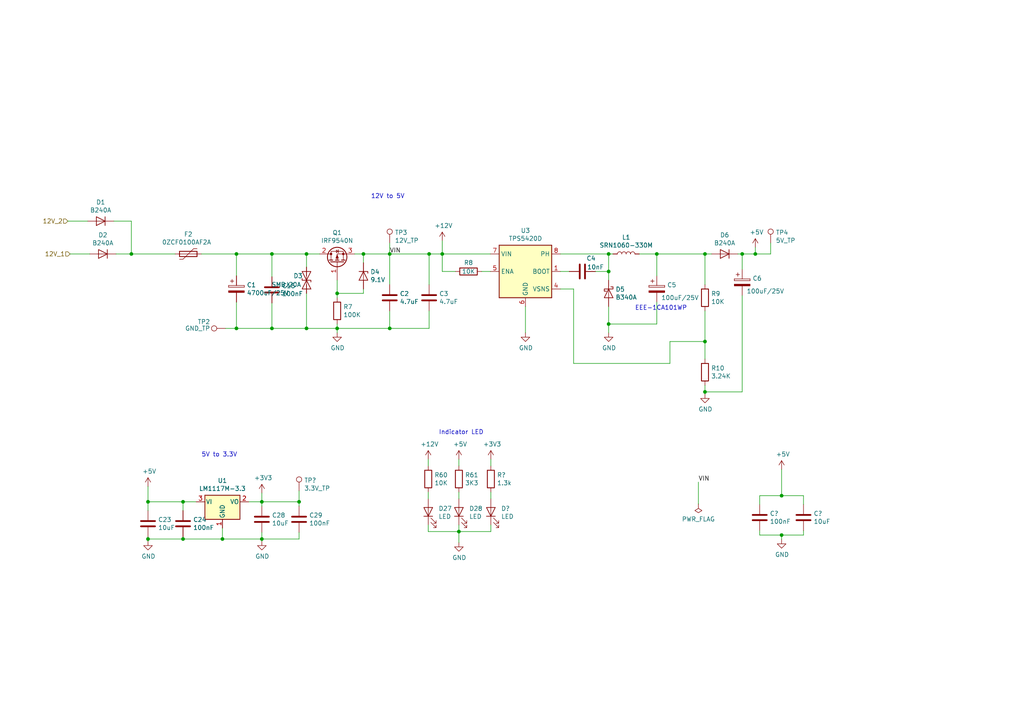
<source format=kicad_sch>
(kicad_sch (version 20230121) (generator eeschema)
  (paper "A4")
  (title_block (date "2021-04-05") (rev "2.3.3.3") (company "Evoke Motorcycles"))
  (lib_symbols
    (symbol "ESP32-CAN-rescue:+12V-power" (power) (pin_names (offset 0))
      (property "Value" "+12V-power" (at 0 3.556 0))
      (symbol "+12V-power_0_1"
        (polyline (pts (xy -0.762 1.27) (xy 0 2.54)))
        (polyline (pts (xy 0 0) (xy 0 2.54)))
        (polyline (pts (xy 0 2.54) (xy 0.762 1.27)))
      )
      (symbol "+12V-power_1_1"
        (pin power_in line (at 0 0 90) (length 0) hide (name "+12V") (number "1"))
      )
    )
    (symbol "ESP32-CAN-rescue:+3.3V-power" (power) (pin_names (offset 0))
      (property "Value" "+3.3V-power" (at 0 3.556 0))
      (symbol "+3.3V-power_0_1"
        (polyline (pts (xy -0.762 1.27) (xy 0 2.54)))
        (polyline (pts (xy 0 0) (xy 0 2.54)))
        (polyline (pts (xy 0 2.54) (xy 0.762 1.27)))
      )
      (symbol "+3.3V-power_1_1"
        (pin power_in line (at 0 0 90) (length 0) hide (name "+3V3") (number "1"))
      )
    )
    (symbol "ESP32-CAN-rescue:+5V-power" (power) (pin_names (offset 0))
      (property "Value" "+5V-power" (at 0 3.556 0))
      (symbol "+5V-power_0_1"
        (polyline (pts (xy -0.762 1.27) (xy 0 2.54)))
        (polyline (pts (xy 0 0) (xy 0 2.54)))
        (polyline (pts (xy 0 2.54) (xy 0.762 1.27)))
      )
      (symbol "+5V-power_1_1"
        (pin power_in line (at 0 0 90) (length 0) hide (name "+5V") (number "1"))
      )
    )
    (symbol "ESP32-CAN-rescue:AMS1117-3.3-Regulator_Linear" (pin_names (offset 0.254))
      (property "Reference" "U" (at -3.81 3.175 0))
      (property "Value" "AMS1117-3.3-Regulator_Linear" (at 0 3.175 0))
      (symbol "AMS1117-3.3-Regulator_Linear_0_1"
        (rectangle (start -5.08 -5.08) (end 5.08 1.905) (stroke (width 0.254)) (fill (type background)))
      )
      (symbol "AMS1117-3.3-Regulator_Linear_1_1"
        (pin power_in line (at 0 -7.62 90) (length 2.54) (name "GND") (number "1"))
        (pin power_out line (at 7.62 0 180) (length 2.54) (name "VO") (number "2"))
        (pin power_in line (at -7.62 0 0) (length 2.54) (name "VI") (number "3"))
      )
    )
    (symbol "ESP32-CAN-rescue:C-Device" (pin_numbers hide) (pin_names (offset 0.254))
      (property "Reference" "C" (at 0.635 2.54 0))
      (property "Value" "C-Device" (at 0.635 -2.54 0))
      (symbol "C-Device_0_1"
        (polyline (pts (xy -2.032 -0.762) (xy 2.032 -0.762)) (stroke (width 0.508)))
        (polyline (pts (xy -2.032 0.762) (xy 2.032 0.762)) (stroke (width 0.508)))
      )
      (symbol "C-Device_1_1"
        (pin passive line (at 0 3.81 270) (length 2.794) (name "~") (number "1"))
        (pin passive line (at 0 -3.81 90) (length 2.794) (name "~") (number "2"))
      )
    )
    (symbol "ESP32-CAN-rescue:CP-Device" (pin_numbers hide) (pin_names (offset 0.254))
      (property "Reference" "C" (at 0.635 2.54 0))
      (property "Value" "CP-Device" (at 0.635 -2.54 0))
      (symbol "CP-Device_0_1"
        (rectangle (start -2.286 0.508) (end -2.286 1.016))
        (rectangle (start -2.286 0.508) (end 2.286 0.508))
        (polyline (pts (xy -1.778 2.286) (xy -0.762 2.286)))
        (polyline (pts (xy -1.27 2.794) (xy -1.27 1.778)))
        (rectangle (start 2.286 -0.508) (end -2.286 -1.016) (fill (type outline)))
        (rectangle (start 2.286 1.016) (end -2.286 1.016))
        (rectangle (start 2.286 1.016) (end 2.286 0.508))
      )
      (symbol "CP-Device_1_1"
        (pin passive line (at 0 3.81 270) (length 2.794) (name "~") (number "1"))
        (pin passive line (at 0 -3.81 90) (length 2.794) (name "~") (number "2"))
      )
    )
    (symbol "ESP32-CAN-rescue:D-Device" (pin_numbers hide) (pin_names (offset 1.016) hide)
      (property "Reference" "D" (at 0 2.54 0))
      (property "Value" "D-Device" (at 0 -2.54 0))
      (symbol "D-Device_0_1"
        (polyline (pts (xy -1.27 1.27) (xy -1.27 -1.27)) (stroke (width 0.2032)))
        (polyline (pts (xy 1.27 0) (xy -1.27 0)))
        (polyline (pts (xy 1.27 1.27) (xy 1.27 -1.27) (xy -1.27 0) (xy 1.27 1.27)) (stroke (width 0.2032)))
      )
      (symbol "D-Device_1_1"
        (pin passive line (at -3.81 0 0) (length 2.54) (name "K") (number "1"))
        (pin passive line (at 3.81 0 180) (length 2.54) (name "A") (number "2"))
      )
    )
    (symbol "ESP32-CAN-rescue:D_Schottky-Device" (pin_numbers hide) (pin_names (offset 1.016) hide)
      (property "Reference" "D" (at 0 2.54 0))
      (property "Value" "D_Schottky-Device" (at 0 -2.54 0))
      (symbol "D_Schottky-Device_0_1"
        (polyline (pts (xy 1.27 0) (xy -1.27 0)))
        (polyline (pts (xy 1.27 1.27) (xy 1.27 -1.27) (xy -1.27 0) (xy 1.27 1.27)) (stroke (width 0.2032)))
        (polyline (pts (xy -1.905 0.635) (xy -1.905 1.27) (xy -1.27 1.27) (xy -1.27 -1.27) (xy -0.635 -1.27) (xy -0.635 -0.635)) (stroke (width 0.2032)))
      )
      (symbol "D_Schottky-Device_1_1"
        (pin passive line (at -3.81 0 0) (length 2.54) (name "K") (number "1"))
        (pin passive line (at 3.81 0 180) (length 2.54) (name "A") (number "2"))
      )
    )
    (symbol "ESP32-CAN-rescue:D_TVS-Device" (pin_numbers hide) (pin_names (offset 1.016) hide)
      (property "Reference" "D" (at 0 2.54 0))
      (property "Value" "D_TVS-Device" (at 0 -2.54 0))
      (symbol "D_TVS-Device_0_1"
        (polyline (pts (xy 1.27 0) (xy -1.27 0)))
        (polyline (pts (xy -2.54 -1.27) (xy 0 0) (xy -2.54 1.27) (xy -2.54 -1.27)) (stroke (width 0.2032)))
        (polyline (pts (xy 0.508 1.27) (xy 0 1.27) (xy 0 -1.27) (xy -0.508 -1.27)) (stroke (width 0.2032)))
        (polyline (pts (xy 2.54 1.27) (xy 2.54 -1.27) (xy 0 0) (xy 2.54 1.27)) (stroke (width 0.2032)))
      )
      (symbol "D_TVS-Device_1_1"
        (pin passive line (at -3.81 0 0) (length 2.54) (name "A1") (number "1"))
        (pin passive line (at 3.81 0 180) (length 2.54) (name "A2") (number "2"))
      )
    )
    (symbol "ESP32-CAN-rescue:D_Zener-Device" (pin_numbers hide) (pin_names (offset 1.016) hide)
      (property "Reference" "D" (at 0 2.54 0))
      (property "Value" "D_Zener-Device" (at 0 -2.54 0))
      (symbol "D_Zener-Device_0_1"
        (polyline (pts (xy 1.27 0) (xy -1.27 0)))
        (polyline (pts (xy -1.27 -1.27) (xy -1.27 1.27) (xy -0.762 1.27)) (stroke (width 0.2032)))
        (polyline (pts (xy 1.27 -1.27) (xy 1.27 1.27) (xy -1.27 0) (xy 1.27 -1.27)) (stroke (width 0.2032)))
      )
      (symbol "D_Zener-Device_1_1"
        (pin passive line (at -3.81 0 0) (length 2.54) (name "K") (number "1"))
        (pin passive line (at 3.81 0 180) (length 2.54) (name "A") (number "2"))
      )
    )
    (symbol "ESP32-CAN-rescue:GND-power" (power) (pin_names (offset 0))
      (property "Value" "GND-power" (at 0 -3.81 0))
      (symbol "GND-power_0_1"
        (polyline (pts (xy 0 0) (xy 0 -1.27) (xy 1.27 -1.27) (xy 0 -2.54) (xy -1.27 -1.27) (xy 0 -1.27)))
      )
      (symbol "GND-power_1_1"
        (pin power_in line (at 0 0 270) (length 0) hide (name "GND") (number "1"))
      )
    )
    (symbol "ESP32-CAN-rescue:IRF9540N-Transistor_FET" (pin_names (offset 0) hide)
      (property "Reference" "Q" (at 5.08 1.905 0))
      (property "Value" "IRF9540N-Transistor_FET" (at 5.08 0 0))
      (symbol "IRF9540N-Transistor_FET_0_1"
        (polyline (pts (xy 0.762 -1.778) (xy 2.54 -1.778)))
        (polyline (pts (xy 0.762 -1.27) (xy 0.762 -2.286)) (stroke (width 0.254)))
        (polyline (pts (xy 0.762 0) (xy 2.54 0)))
        (polyline (pts (xy 0.762 0.508) (xy 0.762 -0.508)) (stroke (width 0.254)))
        (polyline (pts (xy 0.762 1.778) (xy 2.54 1.778)))
        (polyline (pts (xy 0.762 2.286) (xy 0.762 1.27)) (stroke (width 0.254)))
        (polyline (pts (xy 2.54 -1.778) (xy 2.54 -2.54)))
        (polyline (pts (xy 2.54 -1.778) (xy 2.54 0)))
        (polyline (pts (xy 2.54 2.54) (xy 2.54 1.778)))
        (polyline (pts (xy 0.254 1.905) (xy 0.254 -1.905) (xy 0.254 -1.905)) (stroke (width 0.254)))
        (polyline (pts (xy 2.286 0) (xy 1.27 -0.381) (xy 1.27 0.381) (xy 2.286 0)) (fill (type outline)))
        (polyline (pts (xy 2.54 -1.778) (xy 3.302 -1.778) (xy 3.302 1.778) (xy 2.54 1.778)))
        (polyline (pts (xy 2.794 -0.508) (xy 2.921 -0.381) (xy 3.683 -0.381) (xy 3.81 -0.254)))
        (polyline (pts (xy 3.302 -0.381) (xy 2.921 0.254) (xy 3.683 0.254) (xy 3.302 -0.381)))
        (circle (center 1.651 0) (radius 2.8194) (stroke (width 0.254)))
        (circle (center 2.54 -1.778) (radius 0.2794) (fill (type outline)))
        (circle (center 2.54 1.778) (radius 0.2794) (fill (type outline)))
      )
      (symbol "IRF9540N-Transistor_FET_1_1"
        (pin input line (at -5.08 0 0) (length 5.334) (name "G") (number "1"))
        (pin passive line (at 2.54 5.08 270) (length 2.54) (name "D") (number "2"))
        (pin passive line (at 2.54 -5.08 90) (length 2.54) (name "S") (number "3"))
      )
    )
    (symbol "ESP32-CAN-rescue:L-Device" (pin_numbers hide) (pin_names (offset 1.016) hide)
      (property "Reference" "L" (at -1.27 0 90))
      (property "Value" "L-Device" (at 1.905 0 90))
      (symbol "L-Device_0_1"
        (arc (start 0 -2.54) (mid 0.6323 -1.905) (end 0 -1.27))
        (arc (start 0 -1.27) (mid 0.6323 -0.635) (end 0 0))
        (arc (start 0 0) (mid 0.6323 0.635) (end 0 1.27))
        (arc (start 0 1.27) (mid 0.6323 1.905) (end 0 2.54))
      )
      (symbol "L-Device_1_1"
        (pin passive line (at 0 3.81 270) (length 1.27) (name "1") (number "1"))
        (pin passive line (at 0 -3.81 90) (length 1.27) (name "2") (number "2"))
      )
    )
    (symbol "ESP32-CAN-rescue:LED-Device" (pin_numbers hide) (pin_names (offset 1.016) hide)
      (property "Reference" "D" (at 0 2.54 0))
      (property "Value" "LED-Device" (at 0 -2.54 0))
      (symbol "LED-Device_0_1"
        (polyline (pts (xy -1.27 -1.27) (xy -1.27 1.27)) (stroke (width 0.2032)))
        (polyline (pts (xy -1.27 0) (xy 1.27 0)))
        (polyline (pts (xy 1.27 -1.27) (xy 1.27 1.27) (xy -1.27 0) (xy 1.27 -1.27)) (stroke (width 0.2032)))
        (polyline (pts (xy -3.048 -0.762) (xy -4.572 -2.286) (xy -3.81 -2.286) (xy -4.572 -2.286) (xy -4.572 -1.524)))
        (polyline (pts (xy -1.778 -0.762) (xy -3.302 -2.286) (xy -2.54 -2.286) (xy -3.302 -2.286) (xy -3.302 -1.524)))
      )
      (symbol "LED-Device_1_1"
        (pin passive line (at -3.81 0 0) (length 2.54) (name "K") (number "1"))
        (pin passive line (at 3.81 0 180) (length 2.54) (name "A") (number "2"))
      )
    )
    (symbol "ESP32-CAN-rescue:PWR_FLAG-power" (power) (pin_numbers hide) (pin_names (offset 0) hide)
      (property "Value" "PWR_FLAG-power" (at 0 3.81 0))
      (symbol "PWR_FLAG-power_0_0"
        (pin power_out line (at 0 0 90) (length 0) (name "pwr") (number "1"))
      )
      (symbol "PWR_FLAG-power_0_1"
        (polyline (pts (xy 0 0) (xy 0 1.27) (xy -1.016 1.905) (xy 0 2.54) (xy 1.016 1.905) (xy 0 1.27)))
      )
    )
    (symbol "ESP32-CAN-rescue:Polyfuse-Device" (pin_numbers hide) (pin_names (offset 0))
      (property "Reference" "F" (at -2.54 0 90))
      (property "Value" "Polyfuse-Device" (at 2.54 0 90))
      (symbol "Polyfuse-Device_0_1"
        (rectangle (start -0.762 2.54) (end 0.762 -2.54) (stroke (width 0.254)))
        (polyline (pts (xy 0 2.54) (xy 0 -2.54)))
        (polyline (pts (xy -1.524 2.54) (xy -1.524 1.524) (xy 1.524 -1.524) (xy 1.524 -2.54)))
      )
      (symbol "Polyfuse-Device_1_1"
        (pin passive line (at 0 3.81 270) (length 1.27) (name "~") (number "1"))
        (pin passive line (at 0 -3.81 90) (length 1.27) (name "~") (number "2"))
      )
    )
    (symbol "ESP32-CAN-rescue:R-Device" (pin_numbers hide) (pin_names (offset 0))
      (property "Reference" "R" (at 2.032 0 90))
      (property "Value" "R-Device" (at 0 0 90))
      (symbol "R-Device_0_1"
        (rectangle (start -1.016 -2.54) (end 1.016 2.54) (stroke (width 0.254)))
      )
      (symbol "R-Device_1_1"
        (pin passive line (at 0 3.81 270) (length 1.27) (name "~") (number "1"))
        (pin passive line (at 0 -3.81 90) (length 1.27) (name "~") (number "2"))
      )
    )
    (symbol "ESP32-CAN-rescue:TPS5420D-Regulator_Switching"
      (property "Reference" "U" (at -6.35 8.89 0))
      (property "Value" "TPS5420D-Regulator_Switching" (at 3.81 8.89 0))
      (symbol "TPS5420D-Regulator_Switching_0_1"
        (rectangle (start -7.62 7.62) (end 7.62 -7.62) (stroke (width 0.254)) (fill (type background)))
      )
      (symbol "TPS5420D-Regulator_Switching_1_1"
        (pin input line (at 10.16 0 180) (length 2.54) (name "BOOT") (number "1"))
        (pin no_connect line (at -7.62 -2.54 0) (length 2.54) hide (name "NC") (number "2"))
        (pin no_connect line (at -7.62 -5.08 0) (length 2.54) hide (name "NC") (number "3"))
        (pin input line (at 10.16 -5.08 180) (length 2.54) (name "VSNS") (number "4"))
        (pin input line (at -10.16 0 0) (length 2.54) (name "ENA") (number "5"))
        (pin power_in line (at 0 -10.16 90) (length 2.54) (name "GND") (number "6"))
        (pin power_in line (at -10.16 5.08 0) (length 2.54) (name "VIN") (number "7"))
        (pin power_out line (at 10.16 5.08 180) (length 2.54) (name "PH") (number "8"))
      )
    )
    (symbol "ESP32-CAN-rescue:TestPoint-Connector" (pin_numbers hide) (pin_names (offset 0.762) hide)
      (property "Reference" "TP" (at 0 6.858 0))
      (property "Value" "TestPoint-Connector" (at 0 5.08 0))
      (symbol "TestPoint-Connector_0_1"
        (circle (center 0 3.302) (radius 0.762))
      )
      (symbol "TestPoint-Connector_1_1"
        (pin passive line (at 0 0 90) (length 2.54) (name "1") (number "1"))
      )
    )
  )
  (junction (at 133.096 154.178))
  (junction (at 64.516 156.337))
  (junction (at 88.9 95.25))
  (junction (at 86.741 145.542))
  (junction (at 113.03 73.66))
  (junction (at 105.41 73.66))
  (junction (at 190.5 73.66))
  (junction (at 97.79 85.09))
  (junction (at 75.946 156.337))
  (junction (at 113.03 95.25))
  (junction (at 226.695 143.764))
  (junction (at 68.58 95.25))
  (junction (at 204.47 113.665))
  (junction (at 226.695 155.194))
  (junction (at 215.265 73.66))
  (junction (at 204.47 99.06))
  (junction (at 219.075 73.66))
  (junction (at 42.926 156.337))
  (junction (at 75.946 145.542))
  (junction (at 176.53 73.66))
  (junction (at 78.867 95.25))
  (junction (at 38.1 73.66))
  (junction (at 78.867 73.66))
  (junction (at 53.086 145.542))
  (junction (at 68.58 73.66))
  (junction (at 176.53 78.74))
  (junction (at 204.47 73.66))
  (junction (at 88.9 73.66))
  (junction (at 53.086 156.337))
  (junction (at 128.27 73.66))
  (junction (at 97.79 95.25))
  (junction (at 176.53 93.98))
  (junction (at 42.926 145.542))
  (junction (at 124.46 73.66))
  (wire (pts (xy 38.1 64.135) (xy 38.1 73.66)))
  (wire (pts (xy 53.086 156.337) (xy 64.516 156.337)))
  (wire (pts (xy 204.47 114.3) (xy 204.47 113.665)))
  (wire (pts (xy 124.46 82.55) (xy 124.46 73.66)))
  (wire (pts (xy 68.58 80.01) (xy 68.58 73.66)))
  (wire (pts (xy 78.867 87.884) (xy 78.867 95.25)))
  (wire (pts (xy 220.345 155.194) (xy 220.345 153.924)))
  (wire (pts (xy 233.045 155.194) (xy 226.695 155.194)))
  (wire (pts (xy 142.367 152.273) (xy 142.367 154.178)))
  (wire (pts (xy 128.27 73.66) (xy 142.24 73.66)))
  (wire (pts (xy 128.27 78.74) (xy 128.27 73.66)))
  (wire (pts (xy 223.52 70.485) (xy 223.52 73.66)))
  (wire (pts (xy 68.58 95.25) (xy 78.867 95.25)))
  (wire (pts (xy 204.47 104.14) (xy 204.47 99.06)))
  (wire (pts (xy 102.87 73.66) (xy 105.41 73.66)))
  (wire (pts (xy 162.56 83.82) (xy 166.37 83.82)))
  (wire (pts (xy 166.37 83.82) (xy 166.37 105.41)))
  (wire (pts (xy 20.32 73.66) (xy 26.035 73.66)))
  (wire (pts (xy 105.41 85.09) (xy 105.41 83.82)))
  (wire (pts (xy 42.926 145.542) (xy 42.926 148.082)))
  (wire (pts (xy 190.5 73.66) (xy 185.42 73.66)))
  (wire (pts (xy 215.265 73.66) (xy 219.075 73.66)))
  (wire (pts (xy 226.695 143.764) (xy 233.045 143.764)))
  (wire (pts (xy 88.9 73.66) (xy 78.867 73.66)))
  (wire (pts (xy 78.867 95.25) (xy 88.9 95.25)))
  (wire (pts (xy 215.265 113.665) (xy 204.47 113.665)))
  (wire (pts (xy 226.695 155.194) (xy 220.345 155.194)))
  (wire (pts (xy 133.096 154.178) (xy 133.096 152.273)))
  (wire (pts (xy 86.741 146.812) (xy 86.741 145.542)))
  (wire (pts (xy 97.79 95.25) (xy 97.79 93.98)))
  (wire (pts (xy 190.5 93.98) (xy 190.5 87.63)))
  (wire (pts (xy 194.31 99.06) (xy 204.47 99.06)))
  (wire (pts (xy 42.926 145.542) (xy 53.086 145.542)))
  (wire (pts (xy 64.516 153.162) (xy 64.516 156.337)))
  (wire (pts (xy 132.08 78.74) (xy 128.27 78.74)))
  (wire (pts (xy 166.37 105.41) (xy 194.31 105.41)))
  (wire (pts (xy 152.4 96.52) (xy 152.4 88.9)))
  (wire (pts (xy 223.52 73.66) (xy 219.075 73.66)))
  (wire (pts (xy 204.47 113.665) (xy 204.47 111.76)))
  (wire (pts (xy 53.086 148.082) (xy 53.086 145.542)))
  (wire (pts (xy 226.695 156.464) (xy 226.695 155.194)))
  (wire (pts (xy 113.03 70.485) (xy 113.03 73.66)))
  (wire (pts (xy 33.02 64.135) (xy 38.1 64.135)))
  (wire (pts (xy 233.045 143.764) (xy 233.045 146.304)))
  (wire (pts (xy 42.926 145.542) (xy 42.926 141.097)))
  (wire (pts (xy 220.345 146.304) (xy 220.345 143.764)))
  (wire (pts (xy 176.53 93.98) (xy 176.53 88.9)))
  (wire (pts (xy 75.946 145.542) (xy 72.136 145.542)))
  (wire (pts (xy 176.53 78.74) (xy 176.53 81.28)))
  (wire (pts (xy 133.096 133.223) (xy 133.096 135.128)))
  (wire (pts (xy 38.1 73.66) (xy 33.655 73.66)))
  (wire (pts (xy 97.79 96.52) (xy 97.79 95.25)))
  (wire (pts (xy 65.405 95.25) (xy 68.58 95.25)))
  (wire (pts (xy 124.46 95.25) (xy 124.46 90.17)))
  (wire (pts (xy 204.47 73.66) (xy 204.47 82.55)))
  (wire (pts (xy 142.24 78.74) (xy 139.7 78.74)))
  (wire (pts (xy 42.926 155.702) (xy 42.926 156.337)))
  (wire (pts (xy 133.096 142.748) (xy 133.096 144.653)))
  (wire (pts (xy 142.367 154.178) (xy 133.096 154.178)))
  (wire (pts (xy 176.53 96.52) (xy 176.53 93.98)))
  (wire (pts (xy 97.79 95.25) (xy 88.9 95.25)))
  (wire (pts (xy 177.8 73.66) (xy 176.53 73.66)))
  (wire (pts (xy 204.47 73.66) (xy 190.5 73.66)))
  (wire (pts (xy 194.31 105.41) (xy 194.31 99.06)))
  (wire (pts (xy 128.27 69.85) (xy 128.27 73.66)))
  (wire (pts (xy 19.685 64.135) (xy 25.4 64.135)))
  (wire (pts (xy 50.8 73.66) (xy 38.1 73.66)))
  (wire (pts (xy 213.995 73.66) (xy 215.265 73.66)))
  (wire (pts (xy 105.41 73.66) (xy 105.41 76.2)))
  (wire (pts (xy 64.516 156.337) (xy 75.946 156.337)))
  (wire (pts (xy 113.03 95.25) (xy 113.03 90.17)))
  (wire (pts (xy 142.367 133.223) (xy 142.367 135.128)))
  (wire (pts (xy 113.03 82.55) (xy 113.03 73.66)))
  (wire (pts (xy 172.72 78.74) (xy 176.53 78.74)))
  (wire (pts (xy 202.565 146.177) (xy 202.565 139.827)))
  (wire (pts (xy 86.741 156.337) (xy 75.946 156.337)))
  (wire (pts (xy 75.946 156.972) (xy 75.946 156.337)))
  (wire (pts (xy 75.946 156.337) (xy 75.946 154.432)))
  (wire (pts (xy 124.206 142.748) (xy 124.206 144.653)))
  (wire (pts (xy 204.47 99.06) (xy 204.47 90.17)))
  (wire (pts (xy 124.206 133.223) (xy 124.206 135.128)))
  (wire (pts (xy 58.42 73.66) (xy 68.58 73.66)))
  (wire (pts (xy 42.926 156.337) (xy 53.086 156.337)))
  (wire (pts (xy 124.46 73.66) (xy 128.27 73.66)))
  (wire (pts (xy 75.946 146.812) (xy 75.946 145.542)))
  (wire (pts (xy 215.265 78.105) (xy 215.265 73.66)))
  (wire (pts (xy 176.53 78.74) (xy 176.53 73.66)))
  (wire (pts (xy 113.03 73.66) (xy 124.46 73.66)))
  (wire (pts (xy 86.741 145.542) (xy 75.946 145.542)))
  (wire (pts (xy 233.045 153.924) (xy 233.045 155.194)))
  (wire (pts (xy 219.075 71.755) (xy 219.075 73.66)))
  (wire (pts (xy 88.9 73.66) (xy 92.71 73.66)))
  (wire (pts (xy 113.03 73.66) (xy 105.41 73.66)))
  (wire (pts (xy 190.5 80.01) (xy 190.5 73.66)))
  (wire (pts (xy 86.741 154.432) (xy 86.741 156.337)))
  (wire (pts (xy 176.53 93.98) (xy 190.5 93.98)))
  (wire (pts (xy 42.926 156.337) (xy 42.926 156.972)))
  (wire (pts (xy 53.086 155.702) (xy 53.086 156.337)))
  (wire (pts (xy 86.741 142.367) (xy 86.741 145.542)))
  (wire (pts (xy 215.265 85.725) (xy 215.265 113.665)))
  (wire (pts (xy 53.086 145.542) (xy 56.896 145.542)))
  (wire (pts (xy 220.345 143.764) (xy 226.695 143.764)))
  (wire (pts (xy 68.58 87.63) (xy 68.58 95.25)))
  (wire (pts (xy 113.03 95.25) (xy 124.46 95.25)))
  (wire (pts (xy 75.946 143.002) (xy 75.946 145.542)))
  (wire (pts (xy 97.79 95.25) (xy 113.03 95.25)))
  (wire (pts (xy 88.9 95.25) (xy 88.9 85.09)))
  (wire (pts (xy 78.867 80.264) (xy 78.867 73.66)))
  (wire (pts (xy 226.695 136.144) (xy 226.695 143.764)))
  (wire (pts (xy 176.53 73.66) (xy 162.56 73.66)))
  (wire (pts (xy 78.867 73.66) (xy 68.58 73.66)))
  (wire (pts (xy 97.79 85.09) (xy 97.79 86.36)))
  (wire (pts (xy 206.375 73.66) (xy 204.47 73.66)))
  (wire (pts (xy 142.367 142.748) (xy 142.367 144.653)))
  (wire (pts (xy 124.206 152.273) (xy 124.206 154.178)))
  (wire (pts (xy 88.9 77.47) (xy 88.9 73.66)))
  (wire (pts (xy 124.206 154.178) (xy 133.096 154.178)))
  (wire (pts (xy 97.79 85.09) (xy 105.41 85.09)))
  (wire (pts (xy 133.096 157.353) (xy 133.096 154.178)))
  (wire (pts (xy 165.1 78.74) (xy 162.56 78.74)))
  (wire (pts (xy 97.79 81.28) (xy 97.79 85.09)))
  (text "12V to 5V" (at 107.569 57.785 0) (effects (font (size 1.27 1.27)) (justify left bottom)))
  (text "EEE-1CA101WP" (at 184.15 90.17 0) (effects (font (size 1.27 1.27)) (justify left bottom)))
  (text "Indicator LED" (at 127.254 126.238 0) (effects (font (size 1.27 1.27)) (justify left bottom)))
  (text "5V to 3.3V" (at 58.42 132.715 0) (effects (font (size 1.27 1.27)) (justify left bottom)))
  (label "VIN" (at 202.565 139.827 0))
  (label "VIN" (at 113.03 73.66 0))
  (hierarchical_label "12V_2" (shape input) (at 19.685 64.135 180))
  (hierarchical_label "12V_1" (shape input) (at 20.32 73.66 180))
  (symbol (lib_id "ESP32-CAN-rescue:TPS5420D-Regulator_Switching") (at 152.4 78.74 0) (unit 1)
    (property "Reference" "U3" (at 152.4 66.8782 0))
    (property "Value" "TPS5420D" (at 152.4 69.1896 0))
    (property "Footprint" "Package_SO:SOIC-8_3.9x4.9mm_P1.27mm" (effects hide))
    (property "Datasheet" "http://www.ti.com/lit/ds/symlink/tps5420.pdf" (effects hide))
  )
  (symbol (lib_id "ESP32-CAN-rescue:IRF9540N-Transistor_FET") (at 97.79 76.2 90) (unit 1)
    (property "Reference" "Q1" (at 97.79 67.4878 90))
    (property "Value" "IRF9540N" (at 97.79 69.7992 90))
    (property "Footprint" "Package_TO_SOT_THT:TO-220-3_Horizontal_TabDown" (effects hide))
    (property "Datasheet" "http://www.irf.com/product-info/datasheets/data/irf9540n.pdf" (effects hide))
  )
  (symbol (lib_id "ESP32-CAN-rescue:D_TVS-Device") (at 88.9 81.28 270) (unit 1)
    (property "Reference" "D3" (at 85.09 80.01 90) (effects (justify left)))
    (property "Value" "SMBJ20A" (at 78.74 82.55 90) (effects (justify left)))
    (property "Footprint" "Diode_SMD:D_SMB" (effects hide))
  )
  (symbol (lib_id "ESP32-CAN-rescue:D_Zener-Device") (at 105.41 80.01 270) (unit 1)
    (property "Reference" "D4" (at 107.4166 78.8416 90) (effects (justify left)))
    (property "Value" "9.1V" (at 107.4166 81.153 90) (effects (justify left)))
    (property "Footprint" "Diode_SMD:D_SOD-123" (effects hide))
  )
  (symbol (lib_id "ESP32-CAN-rescue:R-Device") (at 97.79 90.17 0) (unit 1)
    (property "Reference" "R7" (at 99.568 89.0016 0) (effects (justify left)))
    (property "Value" "100K" (at 99.568 91.313 0) (effects (justify left)))
    (property "Footprint" "Resistor_SMD:R_0603_1608Metric" (effects hide))
  )
  (symbol (lib_id "ESP32-CAN-rescue:GND-power") (at 152.4 96.52 0) (unit 1)
    (property "Reference" "#PWR013" (effects hide))
    (property "Value" "GND" (at 152.527 100.9142 0))
  )
  (symbol (lib_id "ESP32-CAN-rescue:GND-power") (at 97.79 96.52 0) (unit 1)
    (property "Reference" "#PWR011" (effects hide))
    (property "Value" "GND" (at 97.917 100.9142 0))
  )
  (symbol (lib_id "ESP32-CAN-rescue:C-Device") (at 113.03 86.36 0) (unit 1)
    (property "Reference" "C2" (at 115.951 85.1916 0) (effects (justify left)))
    (property "Value" "4.7uF" (at 115.951 87.503 0) (effects (justify left)))
    (property "Footprint" "Capacitor_SMD:C_1206_3216Metric" (effects hide))
  )
  (symbol (lib_id "ESP32-CAN-rescue:C-Device") (at 124.46 86.36 0) (unit 1)
    (property "Reference" "C3" (at 127.381 85.1916 0) (effects (justify left)))
    (property "Value" "4.7uF" (at 127.381 87.503 0) (effects (justify left)))
    (property "Footprint" "Capacitor_SMD:C_1206_3216Metric" (effects hide))
  )
  (symbol (lib_id "ESP32-CAN-rescue:R-Device") (at 135.89 78.74 270) (unit 1)
    (property "Reference" "R8" (at 135.89 76.2 90))
    (property "Value" "10K" (at 135.89 78.74 90))
    (property "Footprint" "Resistor_SMD:R_0603_1608Metric" (effects hide))
  )
  (symbol (lib_id "ESP32-CAN-rescue:C-Device") (at 168.91 78.74 270) (unit 1)
    (property "Reference" "C4" (at 171.45 74.93 90))
    (property "Value" "10nF" (at 172.72 77.47 90))
    (property "Footprint" "Capacitor_SMD:C_0603_1608Metric" (effects hide))
  )
  (symbol (lib_id "ESP32-CAN-rescue:D_Schottky-Device") (at 176.53 85.09 270) (unit 1)
    (property "Reference" "D5" (at 178.5366 83.9216 90) (effects (justify left)))
    (property "Value" "B340A" (at 178.5366 86.233 90) (effects (justify left)))
    (property "Footprint" "Diode_SMD:D_SMA" (effects hide))
  )
  (symbol (lib_id "ESP32-CAN-rescue:GND-power") (at 176.53 96.52 0) (unit 1)
    (property "Reference" "#PWR014" (effects hide))
    (property "Value" "GND" (at 176.657 100.9142 0))
  )
  (symbol (lib_id "ESP32-CAN-rescue:L-Device") (at 181.61 73.66 90) (unit 1)
    (property "Reference" "L1" (at 181.61 68.834 90))
    (property "Value" "SRN1060-330M" (at 181.61 71.1454 90))
    (property "Footprint" "Inductor_SMD:L_Bourns-SRN1060" (effects hide))
  )
  (symbol (lib_id "ESP32-CAN-rescue:CP-Device") (at 190.5 83.82 0) (unit 1)
    (property "Reference" "C5" (at 193.4972 82.6516 0) (effects (justify left)))
    (property "Value" "100uF/25V" (at 191.77 86.36 0) (effects (justify left)))
    (property "Footprint" "Capacitor_SMD:CP_Elec_6.3x5.8" (effects hide))
  )
  (symbol (lib_id "ESP32-CAN-rescue:R-Device") (at 204.47 86.36 0) (unit 1)
    (property "Reference" "R9" (at 206.248 85.1916 0) (effects (justify left)))
    (property "Value" "10K" (at 206.248 87.503 0) (effects (justify left)))
    (property "Footprint" "Resistor_SMD:R_0603_1608Metric" (effects hide))
  )
  (symbol (lib_id "ESP32-CAN-rescue:R-Device") (at 204.47 107.95 0) (unit 1)
    (property "Reference" "R10" (at 206.248 106.7816 0) (effects (justify left)))
    (property "Value" "3.24K" (at 206.248 109.093 0) (effects (justify left)))
    (property "Footprint" "Resistor_SMD:R_0603_1608Metric" (effects hide))
  )
  (symbol (lib_id "ESP32-CAN-rescue:GND-power") (at 204.47 114.3 0) (unit 1)
    (property "Reference" "#PWR015" (effects hide))
    (property "Value" "GND" (at 204.597 118.6942 0))
  )
  (symbol (lib_id "ESP32-CAN-rescue:+12V-power") (at 128.27 69.85 0) (unit 1)
    (property "Reference" "#PWR012" (effects hide))
    (property "Value" "+12V" (at 128.651 65.4558 0))
  )
  (symbol (lib_id "ESP32-CAN-rescue:+5V-power") (at 219.075 71.755 0) (unit 1)
    (property "Reference" "#PWR016" (effects hide))
    (property "Value" "+5V" (at 219.456 67.3608 0))
  )
  (symbol (lib_id "ESP32-CAN-rescue:C-Device") (at 233.045 150.114 0) (unit 1)
    (property "Reference" "C?" (at 235.966 148.9456 0) (effects (justify left)))
    (property "Value" "10uF" (at 235.966 151.257 0) (effects (justify left)))
    (property "Footprint" "Capacitor_SMD:C_0603_1608Metric" (effects hide))
    (instances (project "ESP32-CAN" (path "" (reference "C?") (unit 1)) (path "" (reference "C8") (unit 1))))
  )
  (symbol (lib_id "ESP32-CAN-rescue:C-Device") (at 220.345 150.114 0) (unit 1)
    (property "Reference" "C?" (at 223.266 148.9456 0) (effects (justify left)))
    (property "Value" "100nF" (at 223.266 151.257 0) (effects (justify left)))
    (property "Footprint" "Capacitor_SMD:C_0603_1608Metric" (effects hide))
    (instances (project "ESP32-CAN" (path "" (reference "C?") (unit 1)) (path "" (reference "C7") (unit 1))))
  )
  (symbol (lib_id "ESP32-CAN-rescue:GND-power") (at 226.695 156.464 0) (unit 1)
    (property "Reference" "#PWR?" (effects hide))
    (property "Value" "GND" (at 226.822 160.8582 0))
    (instances (project "ESP32-CAN" (path "" (reference "#PWR?") (unit 1)) (path "" (reference "#PWR020") (unit 1))))
  )
  (symbol (lib_id "ESP32-CAN-rescue:+5V-power") (at 226.695 136.144 0) (unit 1)
    (property "Reference" "#PWR019" (effects hide))
    (property "Value" "+5V" (at 227.076 131.7498 0))
  )
  (symbol (lib_id "ESP32-CAN-rescue:LED-Device") (at 124.206 148.463 90) (unit 1)
    (property "Reference" "D27" (at 127.1778 147.4978 90) (effects (justify right)))
    (property "Value" "LED" (at 127.1778 149.8092 90) (effects (justify right)))
    (property "Footprint" "LED_SMD:LED_0603_1608Metric" (effects hide))
  )
  (symbol (lib_id "ESP32-CAN-rescue:LED-Device") (at 133.096 148.463 90) (unit 1)
    (property "Reference" "D28" (at 136.0678 147.4978 90) (effects (justify right)))
    (property "Value" "LED" (at 136.0678 149.8092 90) (effects (justify right)))
    (property "Footprint" "LED_SMD:LED_0603_1608Metric" (effects hide))
  )
  (symbol (lib_id "ESP32-CAN-rescue:R-Device") (at 124.206 138.938 0) (unit 1)
    (property "Reference" "R60" (at 125.984 137.7696 0) (effects (justify left)))
    (property "Value" "10K" (at 125.984 140.081 0) (effects (justify left)))
    (property "Footprint" "Resistor_SMD:R_0603_1608Metric" (effects hide))
  )
  (symbol (lib_id "ESP32-CAN-rescue:+12V-power") (at 124.206 133.223 0) (unit 1)
    (property "Reference" "#PWR0114" (effects hide))
    (property "Value" "+12V" (at 124.587 128.8288 0))
  )
  (symbol (lib_id "ESP32-CAN-rescue:GND-power") (at 133.096 157.353 0) (unit 1)
    (property "Reference" "#PWR0115" (effects hide))
    (property "Value" "GND" (at 133.223 161.7472 0))
  )
  (symbol (lib_id "ESP32-CAN-rescue:R-Device") (at 133.096 138.938 0) (unit 1)
    (property "Reference" "R61" (at 134.874 137.7696 0) (effects (justify left)))
    (property "Value" "3K3" (at 134.874 140.081 0) (effects (justify left)))
    (property "Footprint" "Resistor_SMD:R_0603_1608Metric" (effects hide))
  )
  (symbol (lib_id "ESP32-CAN-rescue:+5V-power") (at 133.096 133.223 0) (unit 1)
    (property "Reference" "#PWR0116" (effects hide))
    (property "Value" "+5V" (at 133.477 128.8288 0))
  )
  (symbol (lib_id "ESP32-CAN-rescue:PWR_FLAG-power") (at 202.565 146.177 180) (unit 1)
    (property "Reference" "#FLG03" (effects hide))
    (property "Value" "PWR_FLAG" (at 202.565 150.5712 0))
  )
  (symbol (lib_id "ESP32-CAN-rescue:CP-Device") (at 215.265 81.915 0) (unit 1)
    (property "Reference" "C6" (at 218.2622 80.7466 0) (effects (justify left)))
    (property "Value" "100uF/25V" (at 216.535 84.455 0) (effects (justify left)))
    (property "Footprint" "Capacitor_SMD:CP_Elec_6.3x5.8" (effects hide))
  )
  (symbol (lib_id "ESP32-CAN-rescue:TestPoint-Connector") (at 113.03 70.485 0) (unit 1)
    (property "Reference" "TP3" (at 114.5032 67.437 0) (effects (justify left)))
    (property "Value" "12V_TP" (at 114.5032 69.7484 0) (effects (justify left)))
    (property "Footprint" "TestPoint:TestPoint_Pad_D1.0mm" (effects hide))
  )
  (symbol (lib_id "ESP32-CAN-rescue:TestPoint-Connector") (at 65.405 95.25 90) (unit 1)
    (property "Reference" "TP2" (at 60.96 93.345 90) (effects (justify left)))
    (property "Value" "GND_TP" (at 60.96 95.25 90) (effects (justify left)))
    (property "Footprint" "TestPoint:TestPoint_Pad_D1.0mm" (effects hide))
  )
  (symbol (lib_id "ESP32-CAN-rescue:TestPoint-Connector") (at 223.52 70.485 0) (unit 1)
    (property "Reference" "TP4" (at 224.9932 67.437 0) (effects (justify left)))
    (property "Value" "5V_TP" (at 224.9932 69.7484 0) (effects (justify left)))
    (property "Footprint" "TestPoint:TestPoint_Pad_D1.0mm" (effects hide))
  )
  (symbol (lib_id "ESP32-CAN-rescue:Polyfuse-Device") (at 54.61 73.66 270) (unit 1)
    (property "Reference" "F2" (at 54.61 67.945 90))
    (property "Value" "0ZCF0100AF2A " (at 54.61 70.2564 90))
    (property "Footprint" "Fuse:Fuse_2920_7451Metric" (effects hide))
  )
  (symbol (lib_id "ESP32-CAN-rescue:D-Device") (at 210.185 73.66 180) (unit 1)
    (property "Reference" "D6" (at 210.185 68.1736 0))
    (property "Value" "B240A" (at 210.185 70.485 0))
    (property "Footprint" "Diode_SMD:D_SMA" (effects hide))
  )
  (symbol (lib_id "ESP32-CAN-rescue:D-Device") (at 29.845 73.66 180) (unit 1)
    (property "Reference" "D2" (at 29.845 68.1736 0))
    (property "Value" "B240A" (at 29.845 70.485 0))
    (property "Footprint" "Diode_SMD:D_SMA" (effects hide))
  )
  (symbol (lib_id "ESP32-CAN-rescue:D-Device") (at 29.21 64.135 180) (unit 1)
    (property "Reference" "D1" (at 29.21 58.6486 0))
    (property "Value" "B240A" (at 29.21 60.96 0))
    (property "Footprint" "Diode_SMD:D_SMA" (effects hide))
  )
  (symbol (lib_id "ESP32-CAN-rescue:CP-Device") (at 68.58 83.82 0) (unit 1)
    (property "Reference" "C1" (at 71.5772 82.6516 0) (effects (justify left)))
    (property "Value" "4700uF/25V" (at 71.5772 84.963 0) (effects (justify left)))
    (property "Footprint" "Capacitor_THT:CP_Radial_D16.0mm_P7.50mm" (effects hide))
  )
  (symbol (lib_id "ESP32-CAN-rescue:C-Device") (at 78.867 84.074 0) (unit 1)
    (property "Reference" "C15" (at 81.788 82.9056 0) (effects (justify left)))
    (property "Value" "100nF" (at 81.788 85.217 0) (effects (justify left)))
    (property "Footprint" "Capacitor_SMD:C_0603_1608Metric" (effects hide))
    (instances (project "ESP32-CAN" (path "" (reference "C15") (unit 1)) (path "" (reference "C?") (unit 1))))
  )
  (symbol (lib_id "ESP32-CAN-rescue:C-Device") (at 42.926 151.892 0) (unit 1)
    (property "Reference" "C23" (at 45.847 150.7236 0) (effects (justify left)))
    (property "Value" "10uF" (at 45.847 153.035 0) (effects (justify left)))
    (property "Footprint" "Capacitor_SMD:C_0603_1608Metric" (effects hide))
    (instances (project "ESP32-CAN" (path "" (reference "C23") (unit 1)) (path "" (reference "C?") (unit 1))))
  )
  (symbol (lib_id "ESP32-CAN-rescue:GND-power") (at 42.926 156.972 0) (unit 1)
    (property "Reference" "#PWR010" (effects hide))
    (property "Value" "GND" (at 43.053 161.3662 0))
    (instances (project "ESP32-CAN" (path "" (reference "#PWR010") (unit 1)) (path "" (reference "#PWR?") (unit 1))))
  )
  (symbol (lib_id "ESP32-CAN-rescue:C-Device") (at 75.946 150.622 0) (unit 1)
    (property "Reference" "C28" (at 78.867 149.4536 0) (effects (justify left)))
    (property "Value" "10uF" (at 78.867 151.765 0) (effects (justify left)))
    (property "Footprint" "Capacitor_SMD:C_0603_1608Metric" (effects hide))
    (instances (project "ESP32-CAN" (path "" (reference "C28") (unit 1)) (path "" (reference "C?") (unit 1))))
  )
  (symbol (lib_id "ESP32-CAN-rescue:GND-power") (at 75.946 156.972 0) (unit 1)
    (property "Reference" "#PWR018" (effects hide))
    (property "Value" "GND" (at 76.073 161.3662 0))
    (instances (project "ESP32-CAN" (path "" (reference "#PWR018") (unit 1)) (path "" (reference "#PWR?") (unit 1))))
  )
  (symbol (lib_id "ESP32-CAN-rescue:+3.3V-power") (at 75.946 143.002 0) (unit 1)
    (property "Reference" "#PWR017" (effects hide))
    (property "Value" "+3.3V" (at 76.327 138.6078 0))
    (instances (project "ESP32-CAN" (path "" (reference "#PWR017") (unit 1)) (path "" (reference "#PWR?") (unit 1))))
  )
  (symbol (lib_id "ESP32-CAN-rescue:+5V-power") (at 42.926 141.097 0) (unit 1)
    (property "Reference" "#PWR09" (effects hide))
    (property "Value" "+5V" (at 43.307 136.7028 0))
    (instances (project "ESP32-CAN" (path "" (reference "#PWR09") (unit 1)) (path "" (reference "#PWR?") (unit 1))))
  )
  (symbol (lib_id "ESP32-CAN-rescue:AMS1117-3.3-Regulator_Linear") (at 64.516 145.542 0) (unit 1)
    (property "Reference" "U1" (at 64.516 139.3952 0))
    (property "Value" "LM1117M-3.3" (at 64.516 141.7066 0))
    (property "Footprint" "Package_TO_SOT_SMD:SOT-223-3_TabPin2" (effects hide))
    (property "Datasheet" "http://www.advanced-monolithic.com/pdf/ds1117.pdf" (effects hide))
    (instances (project "ESP32-CAN" (path "" (reference "U1") (unit 1)) (path "" (reference "U?") (unit 1))))
  )
  (symbol (lib_id "ESP32-CAN-rescue:C-Device") (at 86.741 150.622 0) (unit 1)
    (property "Reference" "C29" (at 89.662 149.4536 0) (effects (justify left)))
    (property "Value" "100nF" (at 89.662 151.765 0) (effects (justify left)))
    (property "Footprint" "Capacitor_SMD:C_0603_1608Metric" (effects hide))
    (instances (project "ESP32-CAN" (path "" (reference "C29") (unit 1)) (path "" (reference "C?") (unit 1))))
  )
  (symbol (lib_id "ESP32-CAN-rescue:C-Device") (at 53.086 151.892 0) (unit 1)
    (property "Reference" "C24" (at 56.007 150.7236 0) (effects (justify left)))
    (property "Value" "100nF" (at 56.007 153.035 0) (effects (justify left)))
    (property "Footprint" "Capacitor_SMD:C_0603_1608Metric" (effects hide))
    (instances (project "ESP32-CAN" (path "" (reference "C24") (unit 1)) (path "" (reference "C?") (unit 1))))
  )
  (symbol (lib_id "ESP32-CAN-rescue:TestPoint-Connector") (at 86.741 142.367 0) (unit 1)
    (property "Reference" "TP?" (at 88.2142 139.319 0) (effects (justify left)))
    (property "Value" "3.3V_TP" (at 88.2142 141.6304 0) (effects (justify left)))
    (property "Footprint" "TestPoint:TestPoint_Pad_D1.0mm" (effects hide))
    (instances (project "ESP32-CAN" (path "" (reference "TP?") (unit 1)) (path "" (reference "TP1") (unit 1)) (path "" (reference "TP?") (unit 1))))
  )
  (symbol (lib_id "ESP32-CAN-rescue:LED-Device") (at 142.367 148.463 90) (unit 1)
    (property "Reference" "D?" (at 145.3388 147.4978 90) (effects (justify right)))
    (property "Value" "LED" (at 145.3388 149.8092 90) (effects (justify right)))
    (property "Footprint" "LED_SMD:LED_0603_1608Metric" (effects hide))
    (instances (project "ESP32-CAN" (path "" (reference "D?") (unit 1)) (path "" (reference "D17") (unit 1))))
  )
  (symbol (lib_id "ESP32-CAN-rescue:R-Device") (at 142.367 138.938 0) (unit 1)
    (property "Reference" "R?" (at 144.145 137.7696 0) (effects (justify left)))
    (property "Value" "1.3k" (at 144.145 140.081 0) (effects (justify left)))
    (property "Footprint" "Resistor_SMD:R_0603_1608Metric" (effects hide))
    (instances (project "ESP32-CAN" (path "" (reference "R?") (unit 1)) (path "" (reference "R4") (unit 1))))
  )
  (symbol (lib_id "ESP32-CAN-rescue:+3.3V-power") (at 142.367 133.223 0) (unit 1)
    (property "Reference" "#PWR026" (effects hide))
    (property "Value" "+3.3V" (at 142.748 128.8288 0))
    (instances (project "ESP32-CAN" (path "" (reference "#PWR026") (unit 1)) (path "" (reference "#PWR?") (unit 1))))
  )
)
</source>
